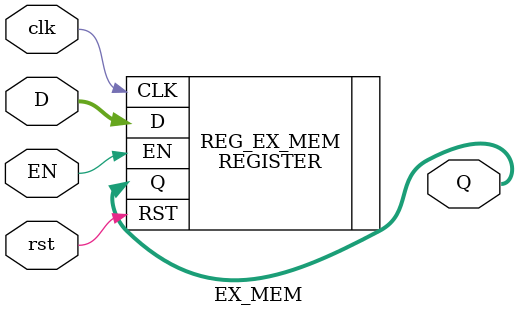
<source format=v>

module EX_MEM
#(
    parameter  W = 140
)
(
    input           clk     ,
    input           rst     ,
    input           EN      ,
    input   [W-1:0] D       ,
    output  [W-1:0] Q
);

        
    REGISTER #(W) REG_EX_MEM
    (
        .CLK(clk)   ,
        .RST(rst)   ,
        .EN(EN)     ,
        .D(D)       ,
        .Q(Q)
    );

endmodule
</source>
